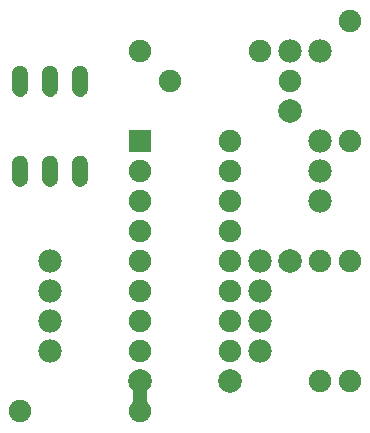
<source format=gtl>
G04 MADE WITH FRITZING*
G04 WWW.FRITZING.ORG*
G04 DOUBLE SIDED*
G04 HOLES PLATED*
G04 CONTOUR ON CENTER OF CONTOUR VECTOR*
%ASAXBY*%
%FSLAX23Y23*%
%MOIN*%
%OFA0B0*%
%SFA1.0B1.0*%
%ADD10C,0.075000*%
%ADD11C,0.078000*%
%ADD12C,0.052000*%
%ADD13C,0.078740*%
%ADD14R,0.075000X0.075000*%
%ADD15C,0.048000*%
%ADD16R,0.001000X0.001000*%
%LNCOPPER1*%
G90*
G70*
G54D10*
X1034Y1191D03*
X1034Y691D03*
X534Y291D03*
X834Y291D03*
G54D11*
X1134Y891D03*
X1134Y991D03*
X1134Y1091D03*
X934Y391D03*
X934Y491D03*
X934Y591D03*
X934Y691D03*
X234Y391D03*
X234Y491D03*
X234Y591D03*
X234Y691D03*
G54D10*
X1234Y1091D03*
X1234Y1491D03*
X1234Y691D03*
X1234Y291D03*
X1134Y691D03*
X1134Y291D03*
G54D12*
X134Y991D03*
X234Y991D03*
X234Y1291D03*
X134Y1291D03*
X134Y991D03*
X234Y991D03*
X234Y1291D03*
X134Y1291D03*
X234Y991D03*
X334Y991D03*
X334Y1291D03*
X234Y1291D03*
X234Y991D03*
X334Y991D03*
X334Y1291D03*
X234Y1291D03*
G54D10*
X534Y1391D03*
X934Y1391D03*
X634Y1291D03*
X1034Y1291D03*
X134Y191D03*
X534Y191D03*
G54D11*
X1034Y1391D03*
X1134Y1391D03*
G54D13*
X834Y291D03*
X534Y291D03*
X1034Y1191D03*
X1034Y691D03*
G54D10*
X534Y1091D03*
X834Y1091D03*
X534Y991D03*
X834Y991D03*
X534Y891D03*
X834Y891D03*
X534Y791D03*
X834Y791D03*
X534Y691D03*
X834Y691D03*
X534Y591D03*
X834Y591D03*
X534Y491D03*
X834Y491D03*
X534Y391D03*
X834Y391D03*
G54D14*
X534Y1091D03*
G54D15*
X534Y230D02*
X534Y253D01*
G54D16*
X129Y1343D02*
X139Y1343D01*
X229Y1343D02*
X239Y1343D01*
X329Y1343D02*
X339Y1343D01*
X125Y1342D02*
X142Y1342D01*
X225Y1342D02*
X242Y1342D01*
X325Y1342D02*
X342Y1342D01*
X123Y1341D02*
X144Y1341D01*
X223Y1341D02*
X244Y1341D01*
X323Y1341D02*
X344Y1341D01*
X121Y1340D02*
X146Y1340D01*
X221Y1340D02*
X246Y1340D01*
X321Y1340D02*
X346Y1340D01*
X120Y1339D02*
X148Y1339D01*
X220Y1339D02*
X248Y1339D01*
X320Y1339D02*
X348Y1339D01*
X118Y1338D02*
X149Y1338D01*
X218Y1338D02*
X249Y1338D01*
X318Y1338D02*
X349Y1338D01*
X117Y1337D02*
X150Y1337D01*
X217Y1337D02*
X250Y1337D01*
X317Y1337D02*
X350Y1337D01*
X116Y1336D02*
X152Y1336D01*
X216Y1336D02*
X252Y1336D01*
X316Y1336D02*
X352Y1336D01*
X115Y1335D02*
X152Y1335D01*
X215Y1335D02*
X252Y1335D01*
X315Y1335D02*
X352Y1335D01*
X114Y1334D02*
X153Y1334D01*
X214Y1334D02*
X253Y1334D01*
X314Y1334D02*
X353Y1334D01*
X113Y1333D02*
X154Y1333D01*
X213Y1333D02*
X254Y1333D01*
X313Y1333D02*
X354Y1333D01*
X113Y1332D02*
X155Y1332D01*
X213Y1332D02*
X255Y1332D01*
X313Y1332D02*
X355Y1332D01*
X112Y1331D02*
X155Y1331D01*
X212Y1331D02*
X255Y1331D01*
X312Y1331D02*
X355Y1331D01*
X112Y1330D02*
X156Y1330D01*
X212Y1330D02*
X256Y1330D01*
X312Y1330D02*
X356Y1330D01*
X111Y1329D02*
X157Y1329D01*
X211Y1329D02*
X257Y1329D01*
X311Y1329D02*
X356Y1329D01*
X110Y1328D02*
X157Y1328D01*
X210Y1328D02*
X257Y1328D01*
X310Y1328D02*
X357Y1328D01*
X110Y1327D02*
X157Y1327D01*
X210Y1327D02*
X257Y1327D01*
X310Y1327D02*
X357Y1327D01*
X110Y1326D02*
X158Y1326D01*
X210Y1326D02*
X258Y1326D01*
X310Y1326D02*
X358Y1326D01*
X109Y1325D02*
X158Y1325D01*
X209Y1325D02*
X258Y1325D01*
X309Y1325D02*
X358Y1325D01*
X109Y1324D02*
X158Y1324D01*
X209Y1324D02*
X258Y1324D01*
X309Y1324D02*
X358Y1324D01*
X109Y1323D02*
X159Y1323D01*
X209Y1323D02*
X259Y1323D01*
X309Y1323D02*
X359Y1323D01*
X109Y1322D02*
X159Y1322D01*
X209Y1322D02*
X259Y1322D01*
X309Y1322D02*
X359Y1322D01*
X109Y1321D02*
X159Y1321D01*
X209Y1321D02*
X259Y1321D01*
X309Y1321D02*
X359Y1321D01*
X108Y1320D02*
X159Y1320D01*
X208Y1320D02*
X259Y1320D01*
X308Y1320D02*
X359Y1320D01*
X108Y1319D02*
X159Y1319D01*
X208Y1319D02*
X259Y1319D01*
X308Y1319D02*
X359Y1319D01*
X108Y1318D02*
X159Y1318D01*
X208Y1318D02*
X259Y1318D01*
X308Y1318D02*
X359Y1318D01*
X108Y1317D02*
X159Y1317D01*
X208Y1317D02*
X259Y1317D01*
X308Y1317D02*
X359Y1317D01*
X108Y1316D02*
X159Y1316D01*
X208Y1316D02*
X259Y1316D01*
X308Y1316D02*
X359Y1316D01*
X108Y1315D02*
X159Y1315D01*
X208Y1315D02*
X259Y1315D01*
X308Y1315D02*
X359Y1315D01*
X108Y1314D02*
X159Y1314D01*
X208Y1314D02*
X259Y1314D01*
X308Y1314D02*
X359Y1314D01*
X108Y1313D02*
X159Y1313D01*
X208Y1313D02*
X259Y1313D01*
X308Y1313D02*
X359Y1313D01*
X108Y1312D02*
X159Y1312D01*
X208Y1312D02*
X259Y1312D01*
X308Y1312D02*
X359Y1312D01*
X108Y1311D02*
X159Y1311D01*
X208Y1311D02*
X259Y1311D01*
X308Y1311D02*
X359Y1311D01*
X108Y1310D02*
X159Y1310D01*
X208Y1310D02*
X259Y1310D01*
X308Y1310D02*
X359Y1310D01*
X108Y1309D02*
X159Y1309D01*
X208Y1309D02*
X259Y1309D01*
X308Y1309D02*
X359Y1309D01*
X108Y1308D02*
X159Y1308D01*
X208Y1308D02*
X259Y1308D01*
X308Y1308D02*
X359Y1308D01*
X108Y1307D02*
X129Y1307D01*
X138Y1307D02*
X159Y1307D01*
X208Y1307D02*
X229Y1307D01*
X238Y1307D02*
X259Y1307D01*
X308Y1307D02*
X329Y1307D01*
X338Y1307D02*
X359Y1307D01*
X108Y1306D02*
X126Y1306D01*
X141Y1306D02*
X159Y1306D01*
X208Y1306D02*
X226Y1306D01*
X241Y1306D02*
X259Y1306D01*
X308Y1306D02*
X326Y1306D01*
X341Y1306D02*
X359Y1306D01*
X108Y1305D02*
X125Y1305D01*
X143Y1305D02*
X159Y1305D01*
X208Y1305D02*
X225Y1305D01*
X243Y1305D02*
X259Y1305D01*
X308Y1305D02*
X325Y1305D01*
X343Y1305D02*
X359Y1305D01*
X108Y1304D02*
X123Y1304D01*
X144Y1304D02*
X159Y1304D01*
X208Y1304D02*
X223Y1304D01*
X244Y1304D02*
X259Y1304D01*
X308Y1304D02*
X323Y1304D01*
X344Y1304D02*
X359Y1304D01*
X108Y1303D02*
X122Y1303D01*
X145Y1303D02*
X159Y1303D01*
X208Y1303D02*
X222Y1303D01*
X245Y1303D02*
X259Y1303D01*
X308Y1303D02*
X322Y1303D01*
X345Y1303D02*
X359Y1303D01*
X108Y1302D02*
X121Y1302D01*
X146Y1302D02*
X159Y1302D01*
X208Y1302D02*
X221Y1302D01*
X246Y1302D02*
X259Y1302D01*
X308Y1302D02*
X321Y1302D01*
X346Y1302D02*
X359Y1302D01*
X108Y1301D02*
X120Y1301D01*
X147Y1301D02*
X159Y1301D01*
X208Y1301D02*
X220Y1301D01*
X247Y1301D02*
X259Y1301D01*
X308Y1301D02*
X320Y1301D01*
X347Y1301D02*
X359Y1301D01*
X108Y1300D02*
X120Y1300D01*
X148Y1300D02*
X159Y1300D01*
X208Y1300D02*
X220Y1300D01*
X248Y1300D02*
X259Y1300D01*
X308Y1300D02*
X320Y1300D01*
X348Y1300D02*
X359Y1300D01*
X108Y1299D02*
X119Y1299D01*
X148Y1299D02*
X159Y1299D01*
X208Y1299D02*
X219Y1299D01*
X248Y1299D02*
X259Y1299D01*
X308Y1299D02*
X319Y1299D01*
X348Y1299D02*
X359Y1299D01*
X108Y1298D02*
X119Y1298D01*
X149Y1298D02*
X159Y1298D01*
X208Y1298D02*
X219Y1298D01*
X249Y1298D02*
X259Y1298D01*
X308Y1298D02*
X319Y1298D01*
X349Y1298D02*
X359Y1298D01*
X108Y1297D02*
X118Y1297D01*
X149Y1297D02*
X159Y1297D01*
X208Y1297D02*
X218Y1297D01*
X249Y1297D02*
X259Y1297D01*
X308Y1297D02*
X318Y1297D01*
X349Y1297D02*
X359Y1297D01*
X108Y1296D02*
X118Y1296D01*
X150Y1296D02*
X159Y1296D01*
X208Y1296D02*
X218Y1296D01*
X250Y1296D02*
X259Y1296D01*
X308Y1296D02*
X318Y1296D01*
X350Y1296D02*
X359Y1296D01*
X108Y1295D02*
X118Y1295D01*
X150Y1295D02*
X159Y1295D01*
X208Y1295D02*
X218Y1295D01*
X250Y1295D02*
X259Y1295D01*
X308Y1295D02*
X318Y1295D01*
X350Y1295D02*
X359Y1295D01*
X108Y1294D02*
X118Y1294D01*
X150Y1294D02*
X159Y1294D01*
X208Y1294D02*
X218Y1294D01*
X250Y1294D02*
X259Y1294D01*
X308Y1294D02*
X317Y1294D01*
X350Y1294D02*
X359Y1294D01*
X108Y1293D02*
X117Y1293D01*
X150Y1293D02*
X159Y1293D01*
X208Y1293D02*
X217Y1293D01*
X250Y1293D02*
X259Y1293D01*
X308Y1293D02*
X317Y1293D01*
X350Y1293D02*
X359Y1293D01*
X108Y1292D02*
X117Y1292D01*
X150Y1292D02*
X159Y1292D01*
X208Y1292D02*
X217Y1292D01*
X250Y1292D02*
X259Y1292D01*
X308Y1292D02*
X317Y1292D01*
X350Y1292D02*
X359Y1292D01*
X108Y1291D02*
X117Y1291D01*
X150Y1291D02*
X159Y1291D01*
X208Y1291D02*
X217Y1291D01*
X250Y1291D02*
X259Y1291D01*
X308Y1291D02*
X317Y1291D01*
X350Y1291D02*
X359Y1291D01*
X108Y1290D02*
X117Y1290D01*
X150Y1290D02*
X159Y1290D01*
X208Y1290D02*
X217Y1290D01*
X250Y1290D02*
X259Y1290D01*
X308Y1290D02*
X317Y1290D01*
X350Y1290D02*
X359Y1290D01*
X108Y1289D02*
X118Y1289D01*
X150Y1289D02*
X159Y1289D01*
X208Y1289D02*
X218Y1289D01*
X250Y1289D02*
X259Y1289D01*
X308Y1289D02*
X318Y1289D01*
X350Y1289D02*
X359Y1289D01*
X108Y1288D02*
X118Y1288D01*
X150Y1288D02*
X159Y1288D01*
X208Y1288D02*
X218Y1288D01*
X250Y1288D02*
X259Y1288D01*
X308Y1288D02*
X318Y1288D01*
X350Y1288D02*
X359Y1288D01*
X108Y1287D02*
X118Y1287D01*
X150Y1287D02*
X159Y1287D01*
X208Y1287D02*
X218Y1287D01*
X250Y1287D02*
X259Y1287D01*
X308Y1287D02*
X318Y1287D01*
X349Y1287D02*
X359Y1287D01*
X108Y1286D02*
X118Y1286D01*
X149Y1286D02*
X159Y1286D01*
X208Y1286D02*
X218Y1286D01*
X249Y1286D02*
X259Y1286D01*
X308Y1286D02*
X318Y1286D01*
X349Y1286D02*
X359Y1286D01*
X108Y1285D02*
X119Y1285D01*
X149Y1285D02*
X159Y1285D01*
X208Y1285D02*
X219Y1285D01*
X249Y1285D02*
X259Y1285D01*
X308Y1285D02*
X319Y1285D01*
X349Y1285D02*
X359Y1285D01*
X108Y1284D02*
X119Y1284D01*
X148Y1284D02*
X159Y1284D01*
X208Y1284D02*
X219Y1284D01*
X248Y1284D02*
X259Y1284D01*
X308Y1284D02*
X319Y1284D01*
X348Y1284D02*
X359Y1284D01*
X108Y1283D02*
X120Y1283D01*
X148Y1283D02*
X159Y1283D01*
X208Y1283D02*
X220Y1283D01*
X248Y1283D02*
X259Y1283D01*
X308Y1283D02*
X320Y1283D01*
X348Y1283D02*
X359Y1283D01*
X108Y1282D02*
X121Y1282D01*
X147Y1282D02*
X159Y1282D01*
X208Y1282D02*
X221Y1282D01*
X247Y1282D02*
X259Y1282D01*
X308Y1282D02*
X321Y1282D01*
X347Y1282D02*
X359Y1282D01*
X108Y1281D02*
X121Y1281D01*
X146Y1281D02*
X159Y1281D01*
X208Y1281D02*
X221Y1281D01*
X246Y1281D02*
X259Y1281D01*
X308Y1281D02*
X321Y1281D01*
X346Y1281D02*
X359Y1281D01*
X108Y1280D02*
X122Y1280D01*
X145Y1280D02*
X159Y1280D01*
X208Y1280D02*
X222Y1280D01*
X245Y1280D02*
X259Y1280D01*
X308Y1280D02*
X322Y1280D01*
X345Y1280D02*
X359Y1280D01*
X108Y1279D02*
X124Y1279D01*
X144Y1279D02*
X159Y1279D01*
X208Y1279D02*
X223Y1279D01*
X244Y1279D02*
X259Y1279D01*
X308Y1279D02*
X323Y1279D01*
X344Y1279D02*
X359Y1279D01*
X108Y1278D02*
X125Y1278D01*
X143Y1278D02*
X159Y1278D01*
X208Y1278D02*
X225Y1278D01*
X243Y1278D02*
X259Y1278D01*
X308Y1278D02*
X325Y1278D01*
X343Y1278D02*
X359Y1278D01*
X108Y1277D02*
X127Y1277D01*
X141Y1277D02*
X159Y1277D01*
X208Y1277D02*
X227Y1277D01*
X241Y1277D02*
X259Y1277D01*
X308Y1277D02*
X327Y1277D01*
X341Y1277D02*
X359Y1277D01*
X108Y1276D02*
X130Y1276D01*
X138Y1276D02*
X159Y1276D01*
X208Y1276D02*
X230Y1276D01*
X238Y1276D02*
X259Y1276D01*
X308Y1276D02*
X330Y1276D01*
X338Y1276D02*
X359Y1276D01*
X108Y1275D02*
X159Y1275D01*
X208Y1275D02*
X259Y1275D01*
X308Y1275D02*
X359Y1275D01*
X108Y1274D02*
X159Y1274D01*
X208Y1274D02*
X259Y1274D01*
X308Y1274D02*
X359Y1274D01*
X108Y1273D02*
X159Y1273D01*
X208Y1273D02*
X259Y1273D01*
X308Y1273D02*
X359Y1273D01*
X108Y1272D02*
X159Y1272D01*
X208Y1272D02*
X259Y1272D01*
X308Y1272D02*
X359Y1272D01*
X108Y1271D02*
X159Y1271D01*
X208Y1271D02*
X259Y1271D01*
X308Y1271D02*
X359Y1271D01*
X108Y1270D02*
X159Y1270D01*
X208Y1270D02*
X259Y1270D01*
X308Y1270D02*
X359Y1270D01*
X108Y1269D02*
X159Y1269D01*
X208Y1269D02*
X259Y1269D01*
X308Y1269D02*
X359Y1269D01*
X108Y1268D02*
X159Y1268D01*
X208Y1268D02*
X259Y1268D01*
X308Y1268D02*
X359Y1268D01*
X108Y1267D02*
X159Y1267D01*
X208Y1267D02*
X259Y1267D01*
X308Y1267D02*
X359Y1267D01*
X108Y1266D02*
X159Y1266D01*
X208Y1266D02*
X259Y1266D01*
X308Y1266D02*
X359Y1266D01*
X108Y1265D02*
X159Y1265D01*
X208Y1265D02*
X259Y1265D01*
X308Y1265D02*
X359Y1265D01*
X108Y1264D02*
X159Y1264D01*
X208Y1264D02*
X259Y1264D01*
X308Y1264D02*
X359Y1264D01*
X108Y1263D02*
X159Y1263D01*
X208Y1263D02*
X259Y1263D01*
X308Y1263D02*
X359Y1263D01*
X109Y1262D02*
X159Y1262D01*
X209Y1262D02*
X259Y1262D01*
X309Y1262D02*
X359Y1262D01*
X109Y1261D02*
X159Y1261D01*
X209Y1261D02*
X259Y1261D01*
X309Y1261D02*
X359Y1261D01*
X109Y1260D02*
X159Y1260D01*
X209Y1260D02*
X259Y1260D01*
X309Y1260D02*
X359Y1260D01*
X109Y1259D02*
X158Y1259D01*
X209Y1259D02*
X258Y1259D01*
X309Y1259D02*
X358Y1259D01*
X109Y1258D02*
X158Y1258D01*
X209Y1258D02*
X258Y1258D01*
X309Y1258D02*
X358Y1258D01*
X110Y1257D02*
X158Y1257D01*
X210Y1257D02*
X258Y1257D01*
X310Y1257D02*
X358Y1257D01*
X110Y1256D02*
X157Y1256D01*
X210Y1256D02*
X257Y1256D01*
X310Y1256D02*
X357Y1256D01*
X111Y1255D02*
X157Y1255D01*
X211Y1255D02*
X257Y1255D01*
X311Y1255D02*
X357Y1255D01*
X111Y1254D02*
X156Y1254D01*
X211Y1254D02*
X256Y1254D01*
X311Y1254D02*
X356Y1254D01*
X112Y1253D02*
X156Y1253D01*
X212Y1253D02*
X256Y1253D01*
X312Y1253D02*
X356Y1253D01*
X112Y1252D02*
X155Y1252D01*
X212Y1252D02*
X255Y1252D01*
X312Y1252D02*
X355Y1252D01*
X113Y1251D02*
X155Y1251D01*
X213Y1251D02*
X255Y1251D01*
X313Y1251D02*
X355Y1251D01*
X114Y1250D02*
X154Y1250D01*
X214Y1250D02*
X254Y1250D01*
X314Y1250D02*
X354Y1250D01*
X114Y1249D02*
X153Y1249D01*
X214Y1249D02*
X253Y1249D01*
X314Y1249D02*
X353Y1249D01*
X115Y1248D02*
X152Y1248D01*
X215Y1248D02*
X252Y1248D01*
X315Y1248D02*
X352Y1248D01*
X116Y1247D02*
X151Y1247D01*
X216Y1247D02*
X251Y1247D01*
X316Y1247D02*
X351Y1247D01*
X117Y1246D02*
X150Y1246D01*
X217Y1246D02*
X250Y1246D01*
X317Y1246D02*
X350Y1246D01*
X119Y1245D02*
X149Y1245D01*
X219Y1245D02*
X249Y1245D01*
X319Y1245D02*
X349Y1245D01*
X120Y1244D02*
X148Y1244D01*
X220Y1244D02*
X248Y1244D01*
X320Y1244D02*
X348Y1244D01*
X122Y1243D02*
X146Y1243D01*
X222Y1243D02*
X246Y1243D01*
X322Y1243D02*
X346Y1243D01*
X124Y1242D02*
X144Y1242D01*
X223Y1242D02*
X244Y1242D01*
X323Y1242D02*
X344Y1242D01*
X126Y1241D02*
X142Y1241D01*
X226Y1241D02*
X242Y1241D01*
X326Y1241D02*
X342Y1241D01*
X130Y1240D02*
X138Y1240D01*
X230Y1240D02*
X238Y1240D01*
X330Y1240D02*
X338Y1240D01*
X128Y1043D02*
X139Y1043D01*
X228Y1043D02*
X239Y1043D01*
X328Y1043D02*
X339Y1043D01*
X125Y1042D02*
X142Y1042D01*
X225Y1042D02*
X242Y1042D01*
X325Y1042D02*
X342Y1042D01*
X123Y1041D02*
X145Y1041D01*
X223Y1041D02*
X245Y1041D01*
X323Y1041D02*
X345Y1041D01*
X121Y1040D02*
X146Y1040D01*
X221Y1040D02*
X246Y1040D01*
X321Y1040D02*
X346Y1040D01*
X119Y1039D02*
X148Y1039D01*
X219Y1039D02*
X248Y1039D01*
X319Y1039D02*
X348Y1039D01*
X118Y1038D02*
X149Y1038D01*
X218Y1038D02*
X249Y1038D01*
X318Y1038D02*
X349Y1038D01*
X117Y1037D02*
X151Y1037D01*
X217Y1037D02*
X250Y1037D01*
X317Y1037D02*
X350Y1037D01*
X116Y1036D02*
X152Y1036D01*
X216Y1036D02*
X252Y1036D01*
X316Y1036D02*
X352Y1036D01*
X115Y1035D02*
X153Y1035D01*
X215Y1035D02*
X253Y1035D01*
X315Y1035D02*
X352Y1035D01*
X114Y1034D02*
X153Y1034D01*
X214Y1034D02*
X253Y1034D01*
X314Y1034D02*
X353Y1034D01*
X113Y1033D02*
X154Y1033D01*
X213Y1033D02*
X254Y1033D01*
X313Y1033D02*
X354Y1033D01*
X113Y1032D02*
X155Y1032D01*
X213Y1032D02*
X255Y1032D01*
X313Y1032D02*
X355Y1032D01*
X112Y1031D02*
X155Y1031D01*
X212Y1031D02*
X255Y1031D01*
X312Y1031D02*
X355Y1031D01*
X112Y1030D02*
X156Y1030D01*
X212Y1030D02*
X256Y1030D01*
X311Y1030D02*
X356Y1030D01*
X111Y1029D02*
X157Y1029D01*
X211Y1029D02*
X257Y1029D01*
X311Y1029D02*
X357Y1029D01*
X110Y1028D02*
X157Y1028D01*
X210Y1028D02*
X257Y1028D01*
X310Y1028D02*
X357Y1028D01*
X110Y1027D02*
X158Y1027D01*
X210Y1027D02*
X258Y1027D01*
X310Y1027D02*
X357Y1027D01*
X110Y1026D02*
X158Y1026D01*
X210Y1026D02*
X258Y1026D01*
X310Y1026D02*
X358Y1026D01*
X109Y1025D02*
X158Y1025D01*
X209Y1025D02*
X258Y1025D01*
X309Y1025D02*
X358Y1025D01*
X109Y1024D02*
X158Y1024D01*
X209Y1024D02*
X258Y1024D01*
X309Y1024D02*
X358Y1024D01*
X109Y1023D02*
X159Y1023D01*
X209Y1023D02*
X259Y1023D01*
X309Y1023D02*
X359Y1023D01*
X109Y1022D02*
X159Y1022D01*
X209Y1022D02*
X259Y1022D01*
X309Y1022D02*
X359Y1022D01*
X109Y1021D02*
X159Y1021D01*
X209Y1021D02*
X259Y1021D01*
X308Y1021D02*
X359Y1021D01*
X108Y1020D02*
X159Y1020D01*
X208Y1020D02*
X259Y1020D01*
X308Y1020D02*
X359Y1020D01*
X108Y1019D02*
X159Y1019D01*
X208Y1019D02*
X259Y1019D01*
X308Y1019D02*
X359Y1019D01*
X108Y1018D02*
X159Y1018D01*
X208Y1018D02*
X259Y1018D01*
X308Y1018D02*
X359Y1018D01*
X108Y1017D02*
X159Y1017D01*
X208Y1017D02*
X259Y1017D01*
X308Y1017D02*
X359Y1017D01*
X108Y1016D02*
X159Y1016D01*
X208Y1016D02*
X259Y1016D01*
X308Y1016D02*
X359Y1016D01*
X108Y1015D02*
X159Y1015D01*
X208Y1015D02*
X259Y1015D01*
X308Y1015D02*
X359Y1015D01*
X108Y1014D02*
X159Y1014D01*
X208Y1014D02*
X259Y1014D01*
X308Y1014D02*
X359Y1014D01*
X108Y1013D02*
X159Y1013D01*
X208Y1013D02*
X259Y1013D01*
X308Y1013D02*
X359Y1013D01*
X108Y1012D02*
X159Y1012D01*
X208Y1012D02*
X259Y1012D01*
X308Y1012D02*
X359Y1012D01*
X108Y1011D02*
X159Y1011D01*
X208Y1011D02*
X259Y1011D01*
X308Y1011D02*
X359Y1011D01*
X108Y1010D02*
X159Y1010D01*
X208Y1010D02*
X259Y1010D01*
X308Y1010D02*
X359Y1010D01*
X108Y1009D02*
X159Y1009D01*
X208Y1009D02*
X259Y1009D01*
X308Y1009D02*
X359Y1009D01*
X108Y1008D02*
X159Y1008D01*
X208Y1008D02*
X259Y1008D01*
X308Y1008D02*
X359Y1008D01*
X108Y1007D02*
X129Y1007D01*
X139Y1007D02*
X159Y1007D01*
X208Y1007D02*
X229Y1007D01*
X239Y1007D02*
X259Y1007D01*
X308Y1007D02*
X329Y1007D01*
X339Y1007D02*
X359Y1007D01*
X108Y1006D02*
X126Y1006D01*
X141Y1006D02*
X159Y1006D01*
X208Y1006D02*
X226Y1006D01*
X241Y1006D02*
X259Y1006D01*
X308Y1006D02*
X326Y1006D01*
X341Y1006D02*
X359Y1006D01*
X108Y1005D02*
X124Y1005D01*
X143Y1005D02*
X159Y1005D01*
X208Y1005D02*
X224Y1005D01*
X243Y1005D02*
X259Y1005D01*
X308Y1005D02*
X324Y1005D01*
X343Y1005D02*
X359Y1005D01*
X108Y1004D02*
X123Y1004D01*
X144Y1004D02*
X159Y1004D01*
X208Y1004D02*
X223Y1004D01*
X244Y1004D02*
X259Y1004D01*
X308Y1004D02*
X323Y1004D01*
X344Y1004D02*
X359Y1004D01*
X108Y1003D02*
X122Y1003D01*
X146Y1003D02*
X159Y1003D01*
X208Y1003D02*
X222Y1003D01*
X246Y1003D02*
X259Y1003D01*
X308Y1003D02*
X322Y1003D01*
X346Y1003D02*
X359Y1003D01*
X108Y1002D02*
X121Y1002D01*
X146Y1002D02*
X159Y1002D01*
X208Y1002D02*
X221Y1002D01*
X246Y1002D02*
X259Y1002D01*
X308Y1002D02*
X321Y1002D01*
X346Y1002D02*
X359Y1002D01*
X108Y1001D02*
X120Y1001D01*
X147Y1001D02*
X159Y1001D01*
X208Y1001D02*
X220Y1001D01*
X247Y1001D02*
X259Y1001D01*
X308Y1001D02*
X320Y1001D01*
X347Y1001D02*
X359Y1001D01*
X108Y1000D02*
X120Y1000D01*
X148Y1000D02*
X159Y1000D01*
X208Y1000D02*
X220Y1000D01*
X248Y1000D02*
X259Y1000D01*
X308Y1000D02*
X320Y1000D01*
X348Y1000D02*
X359Y1000D01*
X108Y999D02*
X119Y999D01*
X148Y999D02*
X159Y999D01*
X208Y999D02*
X219Y999D01*
X248Y999D02*
X259Y999D01*
X308Y999D02*
X319Y999D01*
X348Y999D02*
X359Y999D01*
X108Y998D02*
X119Y998D01*
X149Y998D02*
X159Y998D01*
X208Y998D02*
X219Y998D01*
X249Y998D02*
X259Y998D01*
X308Y998D02*
X319Y998D01*
X349Y998D02*
X359Y998D01*
X108Y997D02*
X118Y997D01*
X149Y997D02*
X159Y997D01*
X208Y997D02*
X218Y997D01*
X249Y997D02*
X259Y997D01*
X308Y997D02*
X318Y997D01*
X349Y997D02*
X359Y997D01*
X108Y996D02*
X118Y996D01*
X150Y996D02*
X159Y996D01*
X208Y996D02*
X218Y996D01*
X250Y996D02*
X259Y996D01*
X308Y996D02*
X318Y996D01*
X350Y996D02*
X359Y996D01*
X108Y995D02*
X118Y995D01*
X150Y995D02*
X159Y995D01*
X208Y995D02*
X218Y995D01*
X250Y995D02*
X259Y995D01*
X308Y995D02*
X318Y995D01*
X350Y995D02*
X359Y995D01*
X108Y994D02*
X118Y994D01*
X150Y994D02*
X159Y994D01*
X208Y994D02*
X218Y994D01*
X250Y994D02*
X259Y994D01*
X308Y994D02*
X317Y994D01*
X350Y994D02*
X359Y994D01*
X108Y993D02*
X117Y993D01*
X150Y993D02*
X159Y993D01*
X208Y993D02*
X217Y993D01*
X250Y993D02*
X259Y993D01*
X308Y993D02*
X317Y993D01*
X350Y993D02*
X359Y993D01*
X108Y992D02*
X117Y992D01*
X150Y992D02*
X159Y992D01*
X208Y992D02*
X217Y992D01*
X250Y992D02*
X259Y992D01*
X308Y992D02*
X317Y992D01*
X350Y992D02*
X359Y992D01*
X108Y991D02*
X117Y991D01*
X150Y991D02*
X159Y991D01*
X208Y991D02*
X217Y991D01*
X250Y991D02*
X259Y991D01*
X308Y991D02*
X317Y991D01*
X350Y991D02*
X359Y991D01*
X108Y990D02*
X117Y990D01*
X150Y990D02*
X159Y990D01*
X208Y990D02*
X217Y990D01*
X250Y990D02*
X259Y990D01*
X308Y990D02*
X317Y990D01*
X350Y990D02*
X359Y990D01*
X108Y989D02*
X118Y989D01*
X150Y989D02*
X159Y989D01*
X208Y989D02*
X218Y989D01*
X250Y989D02*
X259Y989D01*
X308Y989D02*
X318Y989D01*
X350Y989D02*
X359Y989D01*
X108Y988D02*
X118Y988D01*
X150Y988D02*
X159Y988D01*
X208Y988D02*
X218Y988D01*
X250Y988D02*
X259Y988D01*
X308Y988D02*
X318Y988D01*
X350Y988D02*
X359Y988D01*
X108Y987D02*
X118Y987D01*
X150Y987D02*
X159Y987D01*
X208Y987D02*
X218Y987D01*
X249Y987D02*
X259Y987D01*
X308Y987D02*
X318Y987D01*
X349Y987D02*
X359Y987D01*
X108Y986D02*
X118Y986D01*
X149Y986D02*
X159Y986D01*
X208Y986D02*
X218Y986D01*
X249Y986D02*
X259Y986D01*
X308Y986D02*
X318Y986D01*
X349Y986D02*
X359Y986D01*
X108Y985D02*
X119Y985D01*
X149Y985D02*
X159Y985D01*
X208Y985D02*
X219Y985D01*
X249Y985D02*
X259Y985D01*
X308Y985D02*
X319Y985D01*
X349Y985D02*
X359Y985D01*
X108Y984D02*
X119Y984D01*
X148Y984D02*
X159Y984D01*
X208Y984D02*
X219Y984D01*
X248Y984D02*
X259Y984D01*
X308Y984D02*
X319Y984D01*
X348Y984D02*
X359Y984D01*
X108Y983D02*
X120Y983D01*
X148Y983D02*
X159Y983D01*
X208Y983D02*
X220Y983D01*
X248Y983D02*
X259Y983D01*
X308Y983D02*
X320Y983D01*
X348Y983D02*
X359Y983D01*
X108Y982D02*
X121Y982D01*
X147Y982D02*
X159Y982D01*
X208Y982D02*
X221Y982D01*
X247Y982D02*
X259Y982D01*
X308Y982D02*
X321Y982D01*
X347Y982D02*
X359Y982D01*
X108Y981D02*
X121Y981D01*
X146Y981D02*
X159Y981D01*
X208Y981D02*
X221Y981D01*
X246Y981D02*
X259Y981D01*
X308Y981D02*
X321Y981D01*
X346Y981D02*
X359Y981D01*
X108Y980D02*
X122Y980D01*
X145Y980D02*
X159Y980D01*
X208Y980D02*
X222Y980D01*
X245Y980D02*
X259Y980D01*
X308Y980D02*
X322Y980D01*
X345Y980D02*
X359Y980D01*
X108Y979D02*
X124Y979D01*
X144Y979D02*
X159Y979D01*
X208Y979D02*
X224Y979D01*
X244Y979D02*
X259Y979D01*
X308Y979D02*
X324Y979D01*
X344Y979D02*
X359Y979D01*
X108Y978D02*
X125Y978D01*
X142Y978D02*
X159Y978D01*
X208Y978D02*
X225Y978D01*
X242Y978D02*
X259Y978D01*
X308Y978D02*
X325Y978D01*
X342Y978D02*
X359Y978D01*
X108Y977D02*
X127Y977D01*
X141Y977D02*
X159Y977D01*
X208Y977D02*
X227Y977D01*
X241Y977D02*
X259Y977D01*
X308Y977D02*
X327Y977D01*
X341Y977D02*
X359Y977D01*
X108Y976D02*
X130Y976D01*
X137Y976D02*
X159Y976D01*
X208Y976D02*
X230Y976D01*
X237Y976D02*
X259Y976D01*
X308Y976D02*
X330Y976D01*
X337Y976D02*
X359Y976D01*
X108Y975D02*
X159Y975D01*
X208Y975D02*
X259Y975D01*
X308Y975D02*
X359Y975D01*
X108Y974D02*
X159Y974D01*
X208Y974D02*
X259Y974D01*
X308Y974D02*
X359Y974D01*
X108Y973D02*
X159Y973D01*
X208Y973D02*
X259Y973D01*
X308Y973D02*
X359Y973D01*
X108Y972D02*
X159Y972D01*
X208Y972D02*
X259Y972D01*
X308Y972D02*
X359Y972D01*
X108Y971D02*
X159Y971D01*
X208Y971D02*
X259Y971D01*
X308Y971D02*
X359Y971D01*
X108Y970D02*
X159Y970D01*
X208Y970D02*
X259Y970D01*
X308Y970D02*
X359Y970D01*
X108Y969D02*
X159Y969D01*
X208Y969D02*
X259Y969D01*
X308Y969D02*
X359Y969D01*
X108Y968D02*
X159Y968D01*
X208Y968D02*
X259Y968D01*
X308Y968D02*
X359Y968D01*
X108Y967D02*
X159Y967D01*
X208Y967D02*
X259Y967D01*
X308Y967D02*
X359Y967D01*
X108Y966D02*
X159Y966D01*
X208Y966D02*
X259Y966D01*
X308Y966D02*
X359Y966D01*
X108Y965D02*
X159Y965D01*
X208Y965D02*
X259Y965D01*
X308Y965D02*
X359Y965D01*
X108Y964D02*
X159Y964D01*
X208Y964D02*
X259Y964D01*
X308Y964D02*
X359Y964D01*
X108Y963D02*
X159Y963D01*
X208Y963D02*
X259Y963D01*
X308Y963D02*
X359Y963D01*
X109Y962D02*
X159Y962D01*
X209Y962D02*
X259Y962D01*
X309Y962D02*
X359Y962D01*
X109Y961D02*
X159Y961D01*
X209Y961D02*
X259Y961D01*
X309Y961D02*
X359Y961D01*
X109Y960D02*
X159Y960D01*
X209Y960D02*
X259Y960D01*
X309Y960D02*
X359Y960D01*
X109Y959D02*
X158Y959D01*
X209Y959D02*
X258Y959D01*
X309Y959D02*
X358Y959D01*
X109Y958D02*
X158Y958D01*
X209Y958D02*
X258Y958D01*
X309Y958D02*
X358Y958D01*
X110Y957D02*
X158Y957D01*
X210Y957D02*
X258Y957D01*
X310Y957D02*
X358Y957D01*
X110Y956D02*
X157Y956D01*
X210Y956D02*
X257Y956D01*
X310Y956D02*
X357Y956D01*
X111Y955D02*
X157Y955D01*
X211Y955D02*
X257Y955D01*
X311Y955D02*
X357Y955D01*
X111Y954D02*
X156Y954D01*
X211Y954D02*
X256Y954D01*
X311Y954D02*
X356Y954D01*
X112Y953D02*
X156Y953D01*
X212Y953D02*
X256Y953D01*
X312Y953D02*
X356Y953D01*
X112Y952D02*
X155Y952D01*
X212Y952D02*
X255Y952D01*
X312Y952D02*
X355Y952D01*
X113Y951D02*
X155Y951D01*
X213Y951D02*
X255Y951D01*
X313Y951D02*
X355Y951D01*
X114Y950D02*
X154Y950D01*
X214Y950D02*
X254Y950D01*
X314Y950D02*
X354Y950D01*
X115Y949D02*
X153Y949D01*
X214Y949D02*
X253Y949D01*
X314Y949D02*
X353Y949D01*
X115Y948D02*
X152Y948D01*
X215Y948D02*
X252Y948D01*
X315Y948D02*
X352Y948D01*
X116Y947D02*
X151Y947D01*
X216Y947D02*
X251Y947D01*
X316Y947D02*
X351Y947D01*
X117Y946D02*
X150Y946D01*
X217Y946D02*
X250Y946D01*
X317Y946D02*
X350Y946D01*
X119Y945D02*
X149Y945D01*
X219Y945D02*
X249Y945D01*
X319Y945D02*
X349Y945D01*
X120Y944D02*
X148Y944D01*
X220Y944D02*
X248Y944D01*
X320Y944D02*
X348Y944D01*
X122Y943D02*
X146Y943D01*
X222Y943D02*
X246Y943D01*
X322Y943D02*
X346Y943D01*
X124Y942D02*
X144Y942D01*
X224Y942D02*
X244Y942D01*
X324Y942D02*
X344Y942D01*
X126Y941D02*
X141Y941D01*
X226Y941D02*
X241Y941D01*
X326Y941D02*
X341Y941D01*
X131Y940D02*
X137Y940D01*
X231Y940D02*
X237Y940D01*
X330Y940D02*
X337Y940D01*
D02*
G04 End of Copper1*
M02*
</source>
